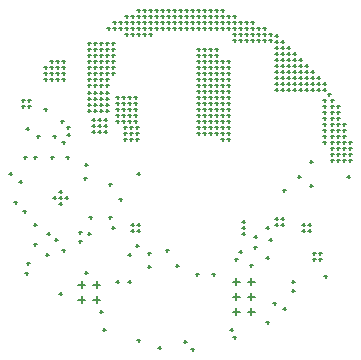
<source format=gbr>
G04 Layer_Color=128*
%FSLAX25Y25*%
%MOIN*%
%TF.FileFunction,Drillmap*%
%TF.Part,Single*%
G01*
G75*
%ADD71C,0.00500*%
D71*
X410319Y291000D02*
X412681D01*
X411500Y289819D02*
Y292181D01*
X415319Y291000D02*
X417681D01*
X416500Y289819D02*
Y292181D01*
X410319Y286000D02*
X412681D01*
X411500Y284819D02*
Y287181D01*
X415319Y286000D02*
X417681D01*
X416500Y284819D02*
Y287181D01*
X410319Y281000D02*
X412681D01*
X411500Y279819D02*
Y282181D01*
X415319Y281000D02*
X417681D01*
X416500Y279819D02*
Y282181D01*
X358819Y285000D02*
X361181D01*
X360000Y283819D02*
Y286181D01*
X358819Y290000D02*
X361181D01*
X360000Y288819D02*
Y291181D01*
X363819Y285000D02*
X366181D01*
X365000Y283819D02*
Y286181D01*
X363819Y290000D02*
X366181D01*
X365000Y288819D02*
Y291181D01*
X378500Y381500D02*
X379500D01*
X379000Y381000D02*
Y382000D01*
X406500Y381500D02*
X407500D01*
X407000Y381000D02*
Y382000D01*
X424500Y373000D02*
X425500D01*
X425000Y372500D02*
Y373500D01*
X420500Y375500D02*
X421500D01*
X421000Y375000D02*
Y376000D01*
X378500Y271500D02*
X379500D01*
X379000Y271000D02*
Y272000D01*
X396500Y268500D02*
X397500D01*
X397000Y268000D02*
Y269000D01*
X424500Y367000D02*
X425500D01*
X425000Y366500D02*
Y367500D01*
X424500Y369000D02*
X425500D01*
X425000Y368500D02*
Y369500D01*
X430500Y367000D02*
X431500D01*
X431000Y366500D02*
Y367500D01*
X353500Y358500D02*
X354500D01*
X354000Y358000D02*
Y359000D01*
X353500Y360500D02*
X354500D01*
X354000Y360000D02*
Y361000D01*
X353500Y362500D02*
X354500D01*
X354000Y362000D02*
Y363000D01*
X353500Y364500D02*
X354500D01*
X354000Y364000D02*
Y365000D01*
X382000Y296000D02*
X383000D01*
X382500Y295500D02*
Y296500D01*
X398000Y293500D02*
X399000D01*
X398500Y293000D02*
Y294000D01*
X403500Y293500D02*
X404500D01*
X404000Y293000D02*
Y294000D01*
X411000Y298440D02*
X412000D01*
X411500Y297940D02*
Y298940D01*
X412500Y301000D02*
X413500D01*
X413000Y300500D02*
Y301500D01*
X432000Y326000D02*
X433000D01*
X432500Y325500D02*
Y326500D01*
X416000Y296500D02*
X417000D01*
X416500Y296000D02*
Y297000D01*
X375500Y291000D02*
X376500D01*
X376000Y290500D02*
Y291500D01*
X391327Y296327D02*
X392327D01*
X391827Y295827D02*
Y296827D01*
X382000Y300500D02*
X383000D01*
X382500Y300000D02*
Y301000D01*
X388000Y301500D02*
X389000D01*
X388500Y301000D02*
Y302000D01*
X378000Y303000D02*
X379000D01*
X378500Y302500D02*
Y303500D01*
X375500Y300000D02*
X376500D01*
X376000Y299500D02*
Y300500D01*
X353500Y301500D02*
X354500D01*
X354000Y301000D02*
Y302000D01*
X348500Y307000D02*
X349500D01*
X349000Y306500D02*
Y307500D01*
X347500Y348500D02*
X348500D01*
X348000Y348000D02*
Y349000D01*
X350429Y339441D02*
X351429D01*
X350929Y338941D02*
Y339941D01*
X359000Y307500D02*
X360000D01*
X359500Y307000D02*
Y308000D01*
X353000Y344500D02*
X354000D01*
X353500Y344000D02*
Y345000D01*
X355000Y342500D02*
X356000D01*
X355500Y342000D02*
Y343000D01*
X355095Y339905D02*
X356095D01*
X355595Y339405D02*
Y340405D01*
X352500Y321000D02*
X353500D01*
X353000Y320500D02*
Y321500D01*
X360571Y325429D02*
X361571D01*
X361071Y324929D02*
Y325929D01*
X354827Y332500D02*
X355827D01*
X355327Y332000D02*
Y333000D01*
X349673Y332500D02*
X350673D01*
X350173Y332000D02*
Y333000D01*
X354500Y319000D02*
X355500D01*
X355000Y318500D02*
Y319500D01*
X335827Y327000D02*
X336827D01*
X336327Y326500D02*
Y327500D01*
X337500Y317500D02*
X338500D01*
X338000Y317000D02*
Y318000D01*
X369000Y323500D02*
X370000D01*
X369500Y323000D02*
Y324000D01*
X352500Y317000D02*
X353500D01*
X353000Y316500D02*
Y317500D01*
X350500Y319000D02*
X351500D01*
X351000Y318500D02*
Y319500D01*
X352500Y319000D02*
X353500D01*
X353000Y318500D02*
Y319500D01*
X344000Y332500D02*
X345000D01*
X344500Y332000D02*
Y333000D01*
X340673Y332500D02*
X341673D01*
X341173Y332000D02*
Y333000D01*
X376500Y308000D02*
X377500D01*
X377000Y307500D02*
Y308500D01*
X376500Y310000D02*
X377500D01*
X377000Y309500D02*
Y310500D01*
X378500Y308000D02*
X379500D01*
X379000Y307500D02*
Y308500D01*
X378500Y310000D02*
X379500D01*
X379000Y309500D02*
Y310500D01*
X372500Y318500D02*
X373500D01*
X373000Y318000D02*
Y319000D01*
X426500Y371000D02*
X427500D01*
X427000Y370500D02*
Y371500D01*
X410500D02*
X411500D01*
X411000Y371000D02*
Y372000D01*
X412500Y371500D02*
X413500D01*
X413000Y371000D02*
Y372000D01*
X414500Y371500D02*
X415500D01*
X415000Y371000D02*
Y372000D01*
X416500Y371500D02*
X417500D01*
X417000Y371000D02*
Y372000D01*
X422500Y371500D02*
X423500D01*
X423000Y371000D02*
Y372000D01*
X420500Y371500D02*
X421500D01*
X421000Y371000D02*
Y372000D01*
X424500Y371000D02*
X425500D01*
X425000Y370500D02*
Y371500D01*
X418500D02*
X419500D01*
X419000Y371000D02*
Y372000D01*
X422500Y373500D02*
X423500D01*
X423000Y373000D02*
Y374000D01*
X404500Y381500D02*
X405500D01*
X405000Y381000D02*
Y382000D01*
X416500Y377500D02*
X417500D01*
X417000Y377000D02*
Y378000D01*
X414500Y377500D02*
X415500D01*
X415000Y377000D02*
Y378000D01*
X412500Y377500D02*
X413500D01*
X413000Y377000D02*
Y378000D01*
X410500Y379500D02*
X411500D01*
X411000Y379000D02*
Y380000D01*
X430000Y291000D02*
X431000D01*
X430500Y290500D02*
Y291500D01*
X440827Y292827D02*
X441827D01*
X441327Y292327D02*
Y293327D01*
X410500Y373500D02*
X411500D01*
X411000Y373000D02*
Y374000D01*
X420500Y373500D02*
X421500D01*
X421000Y373000D02*
Y374000D01*
X418500Y375500D02*
X419500D01*
X419000Y375000D02*
Y376000D01*
X418500Y373500D02*
X419500D01*
X419000Y373000D02*
Y374000D01*
X416500Y373500D02*
X417500D01*
X417000Y373000D02*
Y374000D01*
X416500Y375500D02*
X417500D01*
X417000Y375000D02*
Y376000D01*
X414500Y375500D02*
X415500D01*
X415000Y375000D02*
Y376000D01*
X414500Y373500D02*
X415500D01*
X415000Y373000D02*
Y374000D01*
X412500Y373500D02*
X413500D01*
X413000Y373000D02*
Y374000D01*
X412500Y375500D02*
X413500D01*
X413000Y375000D02*
Y376000D01*
X436000Y323000D02*
X437000D01*
X436500Y322500D02*
Y323500D01*
X384500Y375500D02*
X385500D01*
X385000Y375000D02*
Y376000D01*
X410500Y377500D02*
X411500D01*
X411000Y377000D02*
Y378000D01*
X410500Y375500D02*
X411500D01*
X411000Y375000D02*
Y376000D01*
X408500Y379500D02*
X409500D01*
X409000Y379000D02*
Y380000D01*
X408500Y377500D02*
X409500D01*
X409000Y377000D02*
Y378000D01*
X408500Y375500D02*
X409500D01*
X409000Y375000D02*
Y376000D01*
X406500Y375500D02*
X407500D01*
X407000Y375000D02*
Y376000D01*
X406500Y377500D02*
X407500D01*
X407000Y377000D02*
Y378000D01*
X406500Y379500D02*
X407500D01*
X407000Y379000D02*
Y380000D01*
X372500Y375500D02*
X373500D01*
X373000Y375000D02*
Y376000D01*
X372500Y377500D02*
X373500D01*
X373000Y377000D02*
Y378000D01*
X402500Y381500D02*
X403500D01*
X403000Y381000D02*
Y382000D01*
X400500Y381500D02*
X401500D01*
X401000Y381000D02*
Y382000D01*
X437000Y298500D02*
X438000D01*
X437500Y298000D02*
Y299000D01*
X437000Y300500D02*
X438000D01*
X437500Y300000D02*
Y301000D01*
X439000Y298500D02*
X440000D01*
X439500Y298000D02*
Y299000D01*
X439000Y300500D02*
X440000D01*
X439500Y300000D02*
Y301000D01*
X433500Y308000D02*
X434500D01*
X434000Y307500D02*
Y308500D01*
X433500Y310000D02*
X434500D01*
X434000Y309500D02*
Y310500D01*
X448500Y326000D02*
X449500D01*
X449000Y325500D02*
Y326500D01*
X424500Y355000D02*
X425500D01*
X425000Y354500D02*
Y355500D01*
X424500Y357000D02*
X425500D01*
X425000Y356500D02*
Y357500D01*
X424500Y363000D02*
X425500D01*
X425000Y362500D02*
Y363500D01*
X424500Y365000D02*
X425500D01*
X425000Y364500D02*
Y365500D01*
X440500Y355000D02*
X441500D01*
X441000Y354500D02*
Y355500D01*
X424500Y310000D02*
X425500D01*
X425000Y309500D02*
Y310500D01*
X424500Y312000D02*
X425500D01*
X425000Y311500D02*
Y312500D01*
X426500Y312000D02*
X427500D01*
X427000Y311500D02*
Y312500D01*
X426968Y321532D02*
X427969D01*
X427468Y321031D02*
Y322031D01*
X417500Y306000D02*
X418500D01*
X418000Y305500D02*
Y306500D01*
X413500Y311000D02*
X414500D01*
X414000Y310500D02*
Y311500D01*
X413500Y309000D02*
X414500D01*
X414000Y308500D02*
Y309500D01*
X413500Y307000D02*
X414500D01*
X414000Y306500D02*
Y307500D01*
X421500Y309000D02*
X422500D01*
X422000Y308500D02*
Y309500D01*
X436000Y331000D02*
X437000D01*
X436500Y330500D02*
Y331500D01*
X378500Y327000D02*
X379500D01*
X379000Y326500D02*
Y327500D01*
X398500Y340500D02*
X399500D01*
X399000Y340000D02*
Y341000D01*
X398500Y342500D02*
X399500D01*
X399000Y342000D02*
Y343000D01*
X398500Y344500D02*
X399500D01*
X399000Y344000D02*
Y345000D01*
X398500Y346500D02*
X399500D01*
X399000Y346000D02*
Y347000D01*
X398500Y348500D02*
X399500D01*
X399000Y348000D02*
Y349000D01*
X398500Y350500D02*
X399500D01*
X399000Y350000D02*
Y351000D01*
X398500Y352500D02*
X399500D01*
X399000Y352000D02*
Y353000D01*
X398500Y354500D02*
X399500D01*
X399000Y354000D02*
Y355000D01*
X398500Y356500D02*
X399500D01*
X399000Y356000D02*
Y357000D01*
X400500Y340500D02*
X401500D01*
X401000Y340000D02*
Y341000D01*
X400500Y342500D02*
X401500D01*
X401000Y342000D02*
Y343000D01*
X400500Y344500D02*
X401500D01*
X401000Y344000D02*
Y345000D01*
X400500Y346500D02*
X401500D01*
X401000Y346000D02*
Y347000D01*
X400500Y348500D02*
X401500D01*
X401000Y348000D02*
Y349000D01*
X400500Y350500D02*
X401500D01*
X401000Y350000D02*
Y351000D01*
X400500Y352500D02*
X401500D01*
X401000Y352000D02*
Y353000D01*
X400500Y354500D02*
X401500D01*
X401000Y354000D02*
Y355000D01*
X400500Y356500D02*
X401500D01*
X401000Y356000D02*
Y357000D01*
X408500Y352500D02*
X409500D01*
X409000Y352000D02*
Y353000D01*
X402500Y356500D02*
X403500D01*
X403000Y356000D02*
Y357000D01*
X404500Y356500D02*
X405500D01*
X405000Y356000D02*
Y357000D01*
X406500Y356500D02*
X407500D01*
X407000Y356000D02*
Y357000D01*
X408500Y356500D02*
X409500D01*
X409000Y356000D02*
Y357000D01*
X408500Y354500D02*
X409500D01*
X409000Y354000D02*
Y355000D01*
X406500Y354500D02*
X407500D01*
X407000Y354000D02*
Y355000D01*
X404500Y354500D02*
X405500D01*
X405000Y354000D02*
Y355000D01*
X402500Y354500D02*
X403500D01*
X403000Y354000D02*
Y355000D01*
X402500Y352500D02*
X403500D01*
X403000Y352000D02*
Y353000D01*
X404500Y352500D02*
X405500D01*
X405000Y352000D02*
Y353000D01*
X406500Y352500D02*
X407500D01*
X407000Y352000D02*
Y353000D01*
X408500Y350500D02*
X409500D01*
X409000Y350000D02*
Y351000D01*
X406500Y350500D02*
X407500D01*
X407000Y350000D02*
Y351000D01*
X404500Y350500D02*
X405500D01*
X405000Y350000D02*
Y351000D01*
X402500Y350500D02*
X403500D01*
X403000Y350000D02*
Y351000D01*
X402500Y348500D02*
X403500D01*
X403000Y348000D02*
Y349000D01*
X404500Y348500D02*
X405500D01*
X405000Y348000D02*
Y349000D01*
X406500Y348500D02*
X407500D01*
X407000Y348000D02*
Y349000D01*
X408500Y348500D02*
X409500D01*
X409000Y348000D02*
Y349000D01*
X402500Y342500D02*
X403500D01*
X403000Y342000D02*
Y343000D01*
X402500Y340500D02*
X403500D01*
X403000Y340000D02*
Y341000D01*
X402500Y344500D02*
X403500D01*
X403000Y344000D02*
Y345000D01*
X402500Y346500D02*
X403500D01*
X403000Y346000D02*
Y347000D01*
X404500Y346500D02*
X405500D01*
X405000Y346000D02*
Y347000D01*
X406500Y346500D02*
X407500D01*
X407000Y346000D02*
Y347000D01*
X408500Y346500D02*
X409500D01*
X409000Y346000D02*
Y347000D01*
X408500Y344500D02*
X409500D01*
X409000Y344000D02*
Y345000D01*
X406500Y344500D02*
X407500D01*
X407000Y344000D02*
Y345000D01*
X404500Y344500D02*
X405500D01*
X405000Y344000D02*
Y345000D01*
X404500Y342500D02*
X405500D01*
X405000Y342000D02*
Y343000D01*
X406500Y342500D02*
X407500D01*
X407000Y342000D02*
Y343000D01*
X408500Y342500D02*
X409500D01*
X409000Y342000D02*
Y343000D01*
X404500Y340500D02*
X405500D01*
X405000Y340000D02*
Y341000D01*
X406500Y340500D02*
X407500D01*
X407000Y340000D02*
Y341000D01*
X408500Y340500D02*
X409500D01*
X409000Y340000D02*
Y341000D01*
X351500Y358500D02*
X352500D01*
X352000Y358000D02*
Y359000D01*
X349500Y358500D02*
X350500D01*
X350000Y358000D02*
Y359000D01*
X347500Y358500D02*
X348500D01*
X348000Y358000D02*
Y359000D01*
X347500Y362500D02*
X348500D01*
X348000Y362000D02*
Y363000D01*
X347500Y360500D02*
X348500D01*
X348000Y360000D02*
Y361000D01*
X349500Y360500D02*
X350500D01*
X350000Y360000D02*
Y361000D01*
X351500Y360500D02*
X352500D01*
X352000Y360000D02*
Y361000D01*
X351500Y362500D02*
X352500D01*
X352000Y362000D02*
Y363000D01*
X349500Y362500D02*
X350500D01*
X350000Y362000D02*
Y363000D01*
X349500Y364500D02*
X350500D01*
X350000Y364000D02*
Y365000D01*
X351500Y364500D02*
X352500D01*
X352000Y364000D02*
Y365000D01*
X438500Y357000D02*
X439500D01*
X439000Y356500D02*
Y357500D01*
X438500Y355000D02*
X439500D01*
X439000Y354500D02*
Y355500D01*
X432500Y365000D02*
X433500D01*
X433000Y364500D02*
Y365500D01*
X434500Y363000D02*
X435500D01*
X435000Y362500D02*
Y363500D01*
X436500Y361000D02*
X437500D01*
X437000Y360500D02*
Y361500D01*
X436500Y359000D02*
X437500D01*
X437000Y358500D02*
Y359500D01*
X436500Y357000D02*
X437500D01*
X437000Y356500D02*
Y357500D01*
X436500Y355000D02*
X437500D01*
X437000Y354500D02*
Y355500D01*
X426500Y355000D02*
X427500D01*
X427000Y354500D02*
Y355500D01*
X428500Y355000D02*
X429500D01*
X429000Y354500D02*
Y355500D01*
X430500Y355000D02*
X431500D01*
X431000Y354500D02*
Y355500D01*
X432500Y355000D02*
X433500D01*
X433000Y354500D02*
Y355500D01*
X434500Y355000D02*
X435500D01*
X435000Y354500D02*
Y355500D01*
X434500Y357000D02*
X435500D01*
X435000Y356500D02*
Y357500D01*
X432500Y357000D02*
X433500D01*
X433000Y356500D02*
Y357500D01*
X430500Y357000D02*
X431500D01*
X431000Y356500D02*
Y357500D01*
X428500Y357000D02*
X429500D01*
X429000Y356500D02*
Y357500D01*
X426500Y357000D02*
X427500D01*
X427000Y356500D02*
Y357500D01*
X426500Y359000D02*
X427500D01*
X427000Y358500D02*
Y359500D01*
X428500Y359000D02*
X429500D01*
X429000Y358500D02*
Y359500D01*
X434500Y359000D02*
X435500D01*
X435000Y358500D02*
Y359500D01*
X428500Y369000D02*
X429500D01*
X429000Y368500D02*
Y369500D01*
X426500Y369000D02*
X427500D01*
X427000Y368500D02*
Y369500D01*
X426500Y367000D02*
X427500D01*
X427000Y366500D02*
Y367500D01*
X428500Y367000D02*
X429500D01*
X429000Y366500D02*
Y367500D01*
X430500Y365000D02*
X431500D01*
X431000Y364500D02*
Y365500D01*
X428500Y365000D02*
X429500D01*
X429000Y364500D02*
Y365500D01*
X426500Y365000D02*
X427500D01*
X427000Y364500D02*
Y365500D01*
X432500Y363000D02*
X433500D01*
X433000Y362500D02*
Y363500D01*
X430500Y363000D02*
X431500D01*
X431000Y362500D02*
Y363500D01*
X428500Y363000D02*
X429500D01*
X429000Y362500D02*
Y363500D01*
X426500Y363000D02*
X427500D01*
X427000Y362500D02*
Y363500D01*
X434500Y361000D02*
X435500D01*
X435000Y360500D02*
Y361500D01*
X428500Y361000D02*
X429500D01*
X429000Y360500D02*
Y361500D01*
X426500Y361000D02*
X427500D01*
X427000Y360500D02*
Y361500D01*
X363500Y341000D02*
X364500D01*
X364000Y340500D02*
Y341500D01*
X365500Y341000D02*
X366500D01*
X366000Y340500D02*
Y341500D01*
X367500Y341000D02*
X368500D01*
X368000Y340500D02*
Y341500D01*
X367500Y343000D02*
X368500D01*
X368000Y342500D02*
Y343500D01*
X365500Y343000D02*
X366500D01*
X366000Y342500D02*
Y343500D01*
X363500Y343000D02*
X364500D01*
X364000Y342500D02*
Y343500D01*
X363500Y345000D02*
X364500D01*
X364000Y344500D02*
Y345500D01*
X365500Y345000D02*
X366500D01*
X366000Y344500D02*
Y345500D01*
X367500Y345000D02*
X368500D01*
X368000Y344500D02*
Y345500D01*
X404500Y375500D02*
X405500D01*
X405000Y375000D02*
Y376000D01*
X404500Y377500D02*
X405500D01*
X405000Y377000D02*
Y378000D01*
X404500Y379500D02*
X405500D01*
X405000Y379000D02*
Y380000D01*
X402500Y379500D02*
X403500D01*
X403000Y379000D02*
Y380000D01*
X402500Y377500D02*
X403500D01*
X403000Y377000D02*
Y378000D01*
X402500Y375500D02*
X403500D01*
X403000Y375000D02*
Y376000D01*
X400500Y375500D02*
X401500D01*
X401000Y375000D02*
Y376000D01*
X400500Y377500D02*
X401500D01*
X401000Y377000D02*
Y378000D01*
X400500Y379500D02*
X401500D01*
X401000Y379000D02*
Y380000D01*
X398500Y381500D02*
X399500D01*
X399000Y381000D02*
Y382000D01*
X398500Y379500D02*
X399500D01*
X399000Y379000D02*
Y380000D01*
X398500Y377500D02*
X399500D01*
X399000Y377000D02*
Y378000D01*
X398500Y375500D02*
X399500D01*
X399000Y375000D02*
Y376000D01*
X396500Y375500D02*
X397500D01*
X397000Y375000D02*
Y376000D01*
X396500Y377500D02*
X397500D01*
X397000Y377000D02*
Y378000D01*
X396500Y379500D02*
X397500D01*
X397000Y379000D02*
Y380000D01*
X396500Y381500D02*
X397500D01*
X397000Y381000D02*
Y382000D01*
X374500Y379500D02*
X375500D01*
X375000Y379000D02*
Y380000D01*
X374500Y377500D02*
X375500D01*
X375000Y377000D02*
Y378000D01*
X374500Y375500D02*
X375500D01*
X375000Y375000D02*
Y376000D01*
X376500Y375500D02*
X377500D01*
X377000Y375000D02*
Y376000D01*
X376500Y377500D02*
X377500D01*
X377000Y377000D02*
Y378000D01*
X376500Y379500D02*
X377500D01*
X377000Y379000D02*
Y380000D01*
X378500Y375500D02*
X379500D01*
X379000Y375000D02*
Y376000D01*
X380500Y375500D02*
X381500D01*
X381000Y375000D02*
Y376000D01*
X382500Y375500D02*
X383500D01*
X383000Y375000D02*
Y376000D01*
X386500Y375500D02*
X387500D01*
X387000Y375000D02*
Y376000D01*
X388500Y375500D02*
X389500D01*
X389000Y375000D02*
Y376000D01*
X390500Y375500D02*
X391500D01*
X391000Y375000D02*
Y376000D01*
X392500Y375500D02*
X393500D01*
X393000Y375000D02*
Y376000D01*
X394500Y375500D02*
X395500D01*
X395000Y375000D02*
Y376000D01*
X394500Y377500D02*
X395500D01*
X395000Y377000D02*
Y378000D01*
X394500Y379500D02*
X395500D01*
X395000Y379000D02*
Y380000D01*
X394500Y381500D02*
X395500D01*
X395000Y381000D02*
Y382000D01*
X392500Y377500D02*
X393500D01*
X393000Y377000D02*
Y378000D01*
X390500Y377500D02*
X391500D01*
X391000Y377000D02*
Y378000D01*
X388500Y377500D02*
X389500D01*
X389000Y377000D02*
Y378000D01*
X386500Y377500D02*
X387500D01*
X387000Y377000D02*
Y378000D01*
X384500Y377500D02*
X385500D01*
X385000Y377000D02*
Y378000D01*
X380500Y377500D02*
X381500D01*
X381000Y377000D02*
Y378000D01*
X382500Y377500D02*
X383500D01*
X383000Y377000D02*
Y378000D01*
X378500Y377500D02*
X379500D01*
X379000Y377000D02*
Y378000D01*
X378500Y379500D02*
X379500D01*
X379000Y379000D02*
Y380000D01*
X380500Y379500D02*
X381500D01*
X381000Y379000D02*
Y380000D01*
X380500Y381500D02*
X381500D01*
X381000Y381000D02*
Y382000D01*
X392500Y379500D02*
X393500D01*
X393000Y379000D02*
Y380000D01*
X392500Y381500D02*
X393500D01*
X393000Y381000D02*
Y382000D01*
X390500Y381500D02*
X391500D01*
X391000Y381000D02*
Y382000D01*
X390500Y379500D02*
X391500D01*
X391000Y379000D02*
Y380000D01*
X388500Y379500D02*
X389500D01*
X389000Y379000D02*
Y380000D01*
X388500Y381500D02*
X389500D01*
X389000Y381000D02*
Y382000D01*
X386500Y381500D02*
X387500D01*
X387000Y381000D02*
Y382000D01*
X386500Y379500D02*
X387500D01*
X387000Y379000D02*
Y380000D01*
X382500Y379500D02*
X383500D01*
X383000Y379000D02*
Y380000D01*
X384500Y379500D02*
X385500D01*
X385000Y379000D02*
Y380000D01*
X382500Y381500D02*
X383500D01*
X383000Y381000D02*
Y382000D01*
X384500Y381500D02*
X385500D01*
X385000Y381000D02*
Y382000D01*
X368000Y350000D02*
X369000D01*
X368500Y349500D02*
Y350500D01*
X366000Y350000D02*
X367000D01*
X366500Y349500D02*
Y350500D01*
X364000Y350000D02*
X365000D01*
X364500Y349500D02*
Y350500D01*
X362000Y350000D02*
X363000D01*
X362500Y349500D02*
Y350500D01*
X362000Y352000D02*
X363000D01*
X362500Y351500D02*
Y352500D01*
X364000Y352000D02*
X365000D01*
X364500Y351500D02*
Y352500D01*
X366000Y352000D02*
X367000D01*
X366500Y351500D02*
Y352500D01*
X368000Y352000D02*
X369000D01*
X368500Y351500D02*
Y352500D01*
X368000Y354000D02*
X369000D01*
X368500Y353500D02*
Y354500D01*
X366000Y354000D02*
X367000D01*
X366500Y353500D02*
Y354500D01*
X364000Y354000D02*
X365000D01*
X364500Y353500D02*
Y354500D01*
X362000Y354000D02*
X363000D01*
X362500Y353500D02*
Y354500D01*
X362000Y348000D02*
X363000D01*
X362500Y347500D02*
Y348500D01*
X364000Y348000D02*
X365000D01*
X364500Y347500D02*
Y348500D01*
X366000Y348000D02*
X367000D01*
X366500Y347500D02*
Y348500D01*
X368000Y348000D02*
X369000D01*
X368500Y347500D02*
Y348500D01*
X368000Y358500D02*
X369000D01*
X368500Y358000D02*
Y359000D01*
X366000Y358500D02*
X367000D01*
X366500Y358000D02*
Y359000D01*
X364000Y358500D02*
X365000D01*
X364500Y358000D02*
Y359000D01*
X362000Y358500D02*
X363000D01*
X362500Y358000D02*
Y359000D01*
X362000Y360500D02*
X363000D01*
X362500Y360000D02*
Y361000D01*
X364000Y360500D02*
X365000D01*
X364500Y360000D02*
Y361000D01*
X366000Y360500D02*
X367000D01*
X366500Y360000D02*
Y361000D01*
X368000Y360500D02*
X369000D01*
X368500Y360000D02*
Y361000D01*
X370000Y360500D02*
X371000D01*
X370500Y360000D02*
Y361000D01*
X370000Y362500D02*
X371000D01*
X370500Y362000D02*
Y363000D01*
X368000Y362500D02*
X369000D01*
X368500Y362000D02*
Y363000D01*
X366000Y362500D02*
X367000D01*
X366500Y362000D02*
Y363000D01*
X364000Y362500D02*
X365000D01*
X364500Y362000D02*
Y363000D01*
X362000Y362500D02*
X363000D01*
X362500Y362000D02*
Y363000D01*
X362000Y364500D02*
X363000D01*
X362500Y364000D02*
Y365000D01*
X364000Y364500D02*
X365000D01*
X364500Y364000D02*
Y365000D01*
X366000Y364500D02*
X367000D01*
X366500Y364000D02*
Y365000D01*
X368000Y364500D02*
X369000D01*
X368500Y364000D02*
Y365000D01*
X370000Y364500D02*
X371000D01*
X370500Y364000D02*
Y365000D01*
X370000Y366500D02*
X371000D01*
X370500Y366000D02*
Y367000D01*
X368000Y366500D02*
X369000D01*
X368500Y366000D02*
Y367000D01*
X366000Y366500D02*
X367000D01*
X366500Y366000D02*
Y367000D01*
X364000Y366500D02*
X365000D01*
X364500Y366000D02*
Y367000D01*
X362000Y366500D02*
X363000D01*
X362500Y366000D02*
Y367000D01*
X362000Y368500D02*
X363000D01*
X362500Y368000D02*
Y369000D01*
X364000Y368500D02*
X365000D01*
X364500Y368000D02*
Y369000D01*
X366000Y368500D02*
X367000D01*
X366500Y368000D02*
Y369000D01*
X368000Y368500D02*
X369000D01*
X368500Y368000D02*
Y369000D01*
X370000Y368500D02*
X371000D01*
X370500Y368000D02*
Y369000D01*
X370000Y370500D02*
X371000D01*
X370500Y370000D02*
Y371000D01*
X368000Y370500D02*
X369000D01*
X368500Y370000D02*
Y371000D01*
X366000Y370500D02*
X367000D01*
X366500Y370000D02*
Y371000D01*
X364000Y370500D02*
X365000D01*
X364500Y370000D02*
Y371000D01*
X362000Y370500D02*
X363000D01*
X362500Y370000D02*
Y371000D01*
X371500Y344500D02*
X372500D01*
X372000Y344000D02*
Y345000D01*
X373500Y344500D02*
X374500D01*
X374000Y344000D02*
Y345000D01*
X375500Y344500D02*
X376500D01*
X376000Y344000D02*
Y345000D01*
X377500Y344500D02*
X378500D01*
X378000Y344000D02*
Y345000D01*
X377500Y346500D02*
X378500D01*
X378000Y346000D02*
Y347000D01*
X375500Y346500D02*
X376500D01*
X376000Y346000D02*
Y347000D01*
X373500Y346500D02*
X374500D01*
X374000Y346000D02*
Y347000D01*
X371500Y346500D02*
X372500D01*
X372000Y346000D02*
Y347000D01*
X371500Y348500D02*
X372500D01*
X372000Y348000D02*
Y349000D01*
X373500Y348500D02*
X374500D01*
X374000Y348000D02*
Y349000D01*
X375500Y348500D02*
X376500D01*
X376000Y348000D02*
Y349000D01*
X377500Y348500D02*
X378500D01*
X378000Y348000D02*
Y349000D01*
X377500Y350500D02*
X378500D01*
X378000Y350000D02*
Y351000D01*
X375500Y350500D02*
X376500D01*
X376000Y350000D02*
Y351000D01*
X373500Y350500D02*
X374500D01*
X374000Y350000D02*
Y351000D01*
X371500Y350500D02*
X372500D01*
X372000Y350000D02*
Y351000D01*
X371500Y352500D02*
X372500D01*
X372000Y352000D02*
Y353000D01*
X373500Y352500D02*
X374500D01*
X374000Y352000D02*
Y353000D01*
X375500Y352500D02*
X376500D01*
X376000Y352000D02*
Y353000D01*
X443000Y351500D02*
X444000D01*
X443500Y351000D02*
Y352000D01*
X443000Y349500D02*
X444000D01*
X443500Y349000D02*
Y350000D01*
X445000Y349500D02*
X446000D01*
X445500Y349000D02*
Y350000D01*
X445000Y347500D02*
X446000D01*
X445500Y347000D02*
Y348000D01*
X445000Y345500D02*
X446000D01*
X445500Y345000D02*
Y346000D01*
X445000Y343500D02*
X446000D01*
X445500Y343000D02*
Y344000D01*
X445000Y341500D02*
X446000D01*
X445500Y341000D02*
Y342000D01*
X445000Y339500D02*
X446000D01*
X445500Y339000D02*
Y340000D01*
X445000Y337500D02*
X446000D01*
X445500Y337000D02*
Y338000D01*
X445000Y335500D02*
X446000D01*
X445500Y335000D02*
Y336000D01*
X445000Y333500D02*
X446000D01*
X445500Y333000D02*
Y334000D01*
X445000Y331500D02*
X446000D01*
X445500Y331000D02*
Y332000D01*
X443000Y331500D02*
X444000D01*
X443500Y331000D02*
Y332000D01*
X443000Y333500D02*
X444000D01*
X443500Y333000D02*
Y334000D01*
X443000Y335500D02*
X444000D01*
X443500Y335000D02*
Y336000D01*
X443000Y337500D02*
X444000D01*
X443500Y337000D02*
Y338000D01*
X443000Y339500D02*
X444000D01*
X443500Y339000D02*
Y340000D01*
X443000Y341500D02*
X444000D01*
X443500Y341000D02*
Y342000D01*
X443000Y343500D02*
X444000D01*
X443500Y343000D02*
Y344000D01*
X443000Y345500D02*
X444000D01*
X443500Y345000D02*
Y346000D01*
X443000Y347500D02*
X444000D01*
X443500Y347000D02*
Y348000D01*
X447000Y331500D02*
X448000D01*
X447500Y331000D02*
Y332000D01*
X447000Y333500D02*
X448000D01*
X447500Y333000D02*
Y334000D01*
X447000Y335500D02*
X448000D01*
X447500Y335000D02*
Y336000D01*
X447000Y337500D02*
X448000D01*
X447500Y337000D02*
Y338000D01*
X447000Y339500D02*
X448000D01*
X447500Y339000D02*
Y340000D01*
X447000Y341500D02*
X448000D01*
X447500Y341000D02*
Y342000D01*
X449000Y331500D02*
X450000D01*
X449500Y331000D02*
Y332000D01*
X449000Y333500D02*
X450000D01*
X449500Y333000D02*
Y334000D01*
X382500Y373500D02*
X383500D01*
X383000Y373000D02*
Y374000D01*
X380500Y373500D02*
X381500D01*
X381000Y373000D02*
Y374000D01*
X378500Y373500D02*
X379500D01*
X379000Y373000D02*
Y374000D01*
X376500Y373500D02*
X377500D01*
X377000Y373000D02*
Y374000D01*
X374500Y373500D02*
X375500D01*
X375000Y373000D02*
Y374000D01*
X370500Y375500D02*
X371500D01*
X371000Y375000D02*
Y376000D01*
X370500Y377500D02*
X371500D01*
X371000Y377000D02*
Y378000D01*
X368500Y375500D02*
X369500D01*
X369000Y375000D02*
Y376000D01*
X362000Y356500D02*
X363000D01*
X362500Y356000D02*
Y357000D01*
X364000Y356500D02*
X365000D01*
X364500Y356000D02*
Y357000D01*
X368000Y356500D02*
X369000D01*
X368500Y356000D02*
Y357000D01*
X366000Y356500D02*
X367000D01*
X366500Y356000D02*
Y357000D01*
X377500Y352500D02*
X378500D01*
X378000Y352000D02*
Y353000D01*
X339173Y324327D02*
X340173D01*
X339673Y323827D02*
Y324827D01*
X423827Y283827D02*
X424827D01*
X424327Y283327D02*
Y284327D01*
X344000Y310000D02*
X345000D01*
X344500Y309500D02*
Y310500D01*
X340500Y314500D02*
X341500D01*
X341000Y314000D02*
Y315000D01*
X371500Y291000D02*
X372500D01*
X372000Y290500D02*
Y291500D01*
X398500Y358500D02*
X399500D01*
X399000Y358000D02*
Y359000D01*
X400500Y358500D02*
X401500D01*
X401000Y358000D02*
Y359000D01*
X402500Y358500D02*
X403500D01*
X403000Y358000D02*
Y359000D01*
X404500Y358500D02*
X405500D01*
X405000Y358000D02*
Y359000D01*
X406500Y358500D02*
X407500D01*
X407000Y358000D02*
Y359000D01*
X408500Y358500D02*
X409500D01*
X409000Y358000D02*
Y359000D01*
X408500Y360500D02*
X409500D01*
X409000Y360000D02*
Y361000D01*
X408500Y362500D02*
X409500D01*
X409000Y362000D02*
Y363000D01*
X408500Y364500D02*
X409500D01*
X409000Y364000D02*
Y365000D01*
X406500Y364500D02*
X407500D01*
X407000Y364000D02*
Y365000D01*
X406500Y362500D02*
X407500D01*
X407000Y362000D02*
Y363000D01*
X406500Y360500D02*
X407500D01*
X407000Y360000D02*
Y361000D01*
X404500Y360500D02*
X405500D01*
X405000Y360000D02*
Y361000D01*
X404500Y362500D02*
X405500D01*
X405000Y362000D02*
Y363000D01*
X404500Y364500D02*
X405500D01*
X405000Y364000D02*
Y365000D01*
X404500Y366500D02*
X405500D01*
X405000Y366000D02*
Y367000D01*
X404500Y368500D02*
X405500D01*
X405000Y368000D02*
Y369000D01*
X402500Y368500D02*
X403500D01*
X403000Y368000D02*
Y369000D01*
X402500Y366500D02*
X403500D01*
X403000Y366000D02*
Y367000D01*
X402500Y364500D02*
X403500D01*
X403000Y364000D02*
Y365000D01*
X402500Y362500D02*
X403500D01*
X403000Y362000D02*
Y363000D01*
X402500Y360500D02*
X403500D01*
X403000Y360000D02*
Y361000D01*
X400500Y360500D02*
X401500D01*
X401000Y360000D02*
Y361000D01*
X398500Y360500D02*
X399500D01*
X399000Y360000D02*
Y361000D01*
X398500Y362500D02*
X399500D01*
X399000Y362000D02*
Y363000D01*
X400500Y362500D02*
X401500D01*
X401000Y362000D02*
Y363000D01*
X400500Y364500D02*
X401500D01*
X401000Y364000D02*
Y365000D01*
X398500Y364500D02*
X399500D01*
X399000Y364000D02*
Y365000D01*
X398500Y366500D02*
X399500D01*
X399000Y366000D02*
Y367000D01*
X400500Y366500D02*
X401500D01*
X401000Y366000D02*
Y367000D01*
X400500Y368500D02*
X401500D01*
X401000Y368000D02*
Y369000D01*
X398500Y368500D02*
X399500D01*
X399000Y368000D02*
Y369000D01*
X435500Y308000D02*
X436500D01*
X436000Y307500D02*
Y308500D01*
X435500Y310000D02*
X436500D01*
X436000Y309500D02*
Y310500D01*
X417327Y302500D02*
X418327D01*
X417827Y302000D02*
Y303000D01*
X421500Y299000D02*
X422500D01*
X422000Y298500D02*
Y299500D01*
X422500Y305000D02*
X423500D01*
X423000Y304500D02*
Y305500D01*
X426500Y310000D02*
X427500D01*
X427000Y309500D02*
Y310500D01*
X362500Y312500D02*
X363500D01*
X363000Y312000D02*
Y313000D01*
X351000Y305000D02*
X352000D01*
X351500Y304500D02*
Y305500D01*
X344000Y303500D02*
X345000D01*
X344500Y303000D02*
Y304000D01*
X348000Y300000D02*
X349000D01*
X348500Y299500D02*
Y300500D01*
X369000Y312500D02*
X370000D01*
X369500Y312000D02*
Y313000D01*
X341673Y297173D02*
X342673D01*
X342173Y296673D02*
Y297673D01*
X341173Y293827D02*
X342173D01*
X341673Y293327D02*
Y294327D01*
X359000Y304500D02*
X360000D01*
X359500Y304000D02*
Y305000D01*
X362000Y307000D02*
X363000D01*
X362500Y306500D02*
Y307500D01*
X370000Y308929D02*
X371000D01*
X370500Y308429D02*
Y309429D01*
X378000Y342500D02*
X379000D01*
X378500Y342000D02*
Y343000D01*
X376000Y342500D02*
X377000D01*
X376500Y342000D02*
Y343000D01*
X378000Y340500D02*
X379000D01*
X378500Y340000D02*
Y341000D01*
X376000Y340500D02*
X377000D01*
X376500Y340000D02*
Y341000D01*
X378000Y338500D02*
X379000D01*
X378500Y338000D02*
Y339000D01*
X376000Y338500D02*
X377000D01*
X376500Y338000D02*
Y339000D01*
X374000Y342500D02*
X375000D01*
X374500Y342000D02*
Y343000D01*
X374000Y340500D02*
X375000D01*
X374500Y340000D02*
Y341000D01*
X374000Y338500D02*
X375000D01*
X374500Y338000D02*
Y339000D01*
X361000Y330000D02*
X362000D01*
X361500Y329500D02*
Y330500D01*
X340000Y351500D02*
X341000D01*
X340500Y351000D02*
Y352000D01*
X342000Y351500D02*
X343000D01*
X342500Y351000D02*
Y352000D01*
X342000Y349500D02*
X343000D01*
X342500Y349000D02*
Y350000D01*
X353500Y337500D02*
X354500D01*
X354000Y337000D02*
Y338000D01*
X340000Y349500D02*
X341000D01*
X340500Y349000D02*
Y350000D01*
X341500Y342000D02*
X342500D01*
X342000Y341500D02*
Y342500D01*
X345000Y339500D02*
X346000D01*
X345500Y339000D02*
Y340000D01*
X406500Y338500D02*
X407500D01*
X407000Y338000D02*
Y339000D01*
X408500Y338500D02*
X409500D01*
X409000Y338000D02*
Y339000D01*
X449000Y337500D02*
X450000D01*
X449500Y337000D02*
Y338000D01*
X449000Y335500D02*
X450000D01*
X449500Y335000D02*
Y336000D01*
X366000Y281000D02*
X367000D01*
X366500Y280500D02*
Y281500D01*
X440500Y349500D02*
X441500D01*
X441000Y349000D02*
Y350000D01*
X440500Y347500D02*
X441500D01*
X441000Y347000D02*
Y348000D01*
X440500Y341500D02*
X441500D01*
X441000Y341000D02*
Y342000D01*
X440500Y339500D02*
X441500D01*
X441000Y339000D02*
Y340000D01*
X442000Y353500D02*
X443000D01*
X442500Y353000D02*
Y354000D01*
X440500Y357000D02*
X441500D01*
X441000Y356500D02*
Y357500D01*
X361000Y294000D02*
X362000D01*
X361500Y293500D02*
Y294500D01*
X424500Y361000D02*
X425500D01*
X425000Y360500D02*
Y361500D01*
X352500Y287000D02*
X353500D01*
X353000Y286500D02*
Y287500D01*
X367000Y275000D02*
X368000D01*
X367500Y274500D02*
Y275500D01*
X440500Y337500D02*
X441500D01*
X441000Y337000D02*
Y338000D01*
X440500Y343500D02*
X441500D01*
X441000Y343000D02*
Y344000D01*
X440500Y345500D02*
X441500D01*
X441000Y345000D02*
Y346000D01*
X440500Y351500D02*
X441500D01*
X441000Y351000D02*
Y352000D01*
X385500Y269000D02*
X386500D01*
X386000Y268500D02*
Y269500D01*
X394000Y271000D02*
X395000D01*
X394500Y270500D02*
Y271500D01*
X447000Y343500D02*
X448000D01*
X447500Y343000D02*
Y344000D01*
X432500Y361000D02*
X433500D01*
X433000Y360500D02*
Y361500D01*
X430500Y361000D02*
X431500D01*
X431000Y360500D02*
Y361500D01*
X421500Y277500D02*
X422500D01*
X422000Y277000D02*
Y278000D01*
X438500Y359000D02*
X439500D01*
X439000Y358500D02*
Y359500D01*
X430000Y288000D02*
X431000D01*
X430500Y287500D02*
Y288500D01*
X427173Y281990D02*
X428173D01*
X427673Y281490D02*
Y282490D01*
X409500Y275000D02*
X410500D01*
X410000Y274500D02*
Y275500D01*
X432500Y359000D02*
X433500D01*
X433000Y358500D02*
Y359500D01*
X430500Y359000D02*
X431500D01*
X431000Y358500D02*
Y359500D01*
X424500Y359000D02*
X425500D01*
X425000Y358500D02*
Y359500D01*
X410500Y272500D02*
X411500D01*
X411000Y272000D02*
Y273000D01*
%TF.MD5,100E3D4F7CB1CD20F23CBBE110D3E684*%
M02*

</source>
